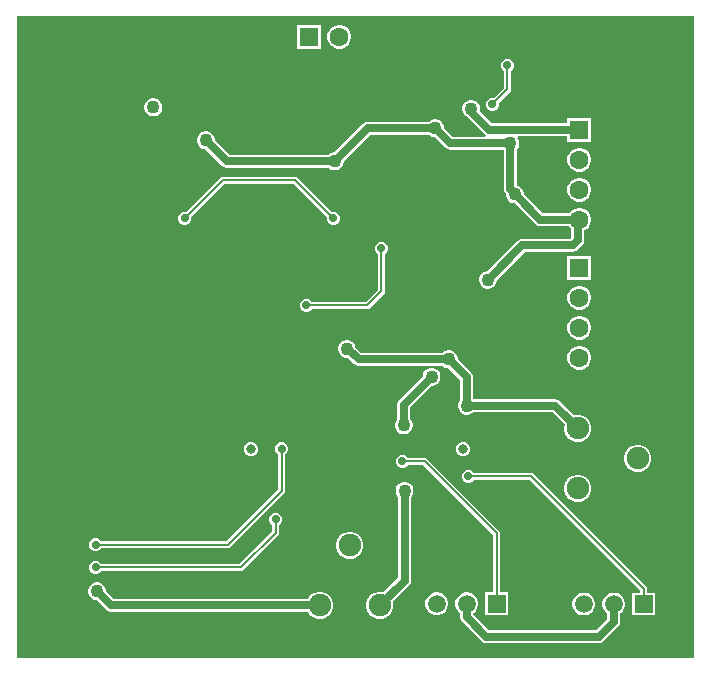
<source format=gbl>
G04*
G04 #@! TF.GenerationSoftware,Altium Limited,Altium Designer,21.3.2 (30)*
G04*
G04 Layer_Physical_Order=2*
G04 Layer_Color=16711680*
%FSTAX24Y24*%
%MOIN*%
G70*
G04*
G04 #@! TF.SameCoordinates,7CAEB1DE-A824-4D29-B8D0-2D7E757E666D*
G04*
G04*
G04 #@! TF.FilePolarity,Positive*
G04*
G01*
G75*
%ADD14C,0.0079*%
%ADD52C,0.0276*%
%ADD57C,0.0750*%
%ADD58C,0.0598*%
%ADD59R,0.0598X0.0598*%
%ADD60C,0.0315*%
%ADD61R,0.0630X0.0630*%
%ADD62C,0.0630*%
%ADD63R,0.0630X0.0630*%
%ADD64C,0.0433*%
%ADD65C,0.0276*%
G36*
X022704Y00013D02*
X00013D01*
Y021523D01*
X022704D01*
Y00013D01*
D02*
G37*
%LPC*%
G36*
X010926Y021228D02*
X010822D01*
X010722Y021202D01*
X010632Y02115D01*
X010559Y021076D01*
X010507Y020987D01*
X01048Y020886D01*
Y020783D01*
X010507Y020683D01*
X010559Y020593D01*
X010632Y02052D01*
X010722Y020468D01*
X010822Y020441D01*
X010926D01*
X011026Y020468D01*
X011116Y02052D01*
X011189Y020593D01*
X011241Y020683D01*
X011268Y020783D01*
Y020886D01*
X011241Y020987D01*
X011189Y021076D01*
X011116Y02115D01*
X011026Y021202D01*
X010926Y021228D01*
D02*
G37*
G36*
X010268D02*
X00948D01*
Y020441D01*
X010268D01*
Y021228D01*
D02*
G37*
G36*
X016517Y020101D02*
X016431D01*
X016351Y020068D01*
X01629Y020007D01*
X016257Y019928D01*
Y019842D01*
X01629Y019762D01*
X016351Y019701D01*
X016354Y0197D01*
Y019135D01*
X016019Y0188D01*
X016017Y018801D01*
X015931D01*
X015851Y018768D01*
X01579Y018707D01*
X015757Y018628D01*
Y018542D01*
X01579Y018462D01*
X015851Y018401D01*
X015931Y018368D01*
X016017D01*
X016097Y018401D01*
X016158Y018462D01*
X016191Y018542D01*
Y018628D01*
X01619Y01863D01*
X016559Y018999D01*
X016559Y018999D01*
X016585Y019039D01*
X016594Y019085D01*
X016594Y019085D01*
Y0197D01*
X016597Y019701D01*
X016658Y019762D01*
X016691Y019842D01*
Y019928D01*
X016658Y020007D01*
X016597Y020068D01*
X016517Y020101D01*
D02*
G37*
G36*
X004713Y01878D02*
X004635D01*
X00456Y01876D01*
X004493Y018721D01*
X004438Y018666D01*
X004399Y018599D01*
X004379Y018524D01*
Y018446D01*
X004399Y018371D01*
X004438Y018303D01*
X004493Y018248D01*
X00456Y018209D01*
X004635Y018189D01*
X004713D01*
X004788Y018209D01*
X004855Y018248D01*
X00491Y018303D01*
X004949Y018371D01*
X004969Y018446D01*
Y018524D01*
X004949Y018599D01*
X00491Y018666D01*
X004855Y018721D01*
X004788Y01876D01*
X004713Y01878D01*
D02*
G37*
G36*
X015313Y01873D02*
X015235D01*
X01516Y01871D01*
X015093Y018671D01*
X015038Y018616D01*
X014999Y018549D01*
X014979Y018474D01*
Y018396D01*
X014999Y018321D01*
X015038Y018253D01*
X015093Y018198D01*
X015112Y018187D01*
X015118Y018179D01*
X015718Y017579D01*
X015752Y017555D01*
X015737Y017505D01*
X014665D01*
X014369Y017802D01*
Y017824D01*
X014349Y017899D01*
X01431Y017966D01*
X014255Y018021D01*
X014188Y01806D01*
X014113Y01808D01*
X014035D01*
X01396Y01806D01*
X013893Y018021D01*
X013877Y018005D01*
X011824D01*
X011739Y017989D01*
X011668Y017941D01*
X010707Y01698D01*
X010685D01*
X01061Y01696D01*
X010543Y016921D01*
X010527Y016905D01*
X007215D01*
X006719Y017402D01*
Y017424D01*
X006699Y017499D01*
X00666Y017566D01*
X006605Y017621D01*
X006538Y01766D01*
X006463Y01768D01*
X006385D01*
X00631Y01766D01*
X006243Y017621D01*
X006188Y017566D01*
X006149Y017499D01*
X006129Y017424D01*
Y017346D01*
X006149Y017271D01*
X006188Y017203D01*
X006243Y017148D01*
X00631Y017109D01*
X006385Y017089D01*
X006407D01*
X006968Y016529D01*
X007039Y016481D01*
X007124Y016464D01*
X010527D01*
X010543Y016448D01*
X01061Y016409D01*
X010685Y016389D01*
X010763D01*
X010838Y016409D01*
X010905Y016448D01*
X01096Y016503D01*
X010999Y016571D01*
X011019Y016646D01*
Y016668D01*
X011915Y017564D01*
X013877D01*
X013893Y017548D01*
X01396Y017509D01*
X014035Y017489D01*
X014057D01*
X014418Y017129D01*
X014489Y017081D01*
X014574Y017064D01*
X016353D01*
Y015777D01*
X01637Y015693D01*
X016418Y015621D01*
X016429Y01561D01*
Y015546D01*
X016449Y015471D01*
X016488Y015403D01*
X016543Y015348D01*
X01661Y015309D01*
X016685Y015289D01*
X016707D01*
X017418Y014579D01*
X017489Y014531D01*
X017574Y014514D01*
X018547D01*
X018559Y014493D01*
X018603Y014449D01*
Y014138D01*
X018571Y014105D01*
X016974D01*
X016889Y014089D01*
X016818Y014041D01*
X015807Y01303D01*
X015785D01*
X01571Y01301D01*
X015643Y012971D01*
X015588Y012916D01*
X015549Y012849D01*
X015529Y012774D01*
Y012696D01*
X015549Y012621D01*
X015588Y012553D01*
X015643Y012498D01*
X01571Y012459D01*
X015785Y012439D01*
X015863D01*
X015938Y012459D01*
X016005Y012498D01*
X01606Y012553D01*
X016099Y012621D01*
X016119Y012696D01*
Y012718D01*
X017065Y013664D01*
X018663D01*
X018747Y013681D01*
X018819Y013729D01*
X01898Y01389D01*
X019028Y013962D01*
X019045Y014046D01*
Y014379D01*
X019116Y01442D01*
X019189Y014493D01*
X019241Y014583D01*
X019268Y014683D01*
Y014786D01*
X019241Y014887D01*
X019189Y014976D01*
X019116Y01505D01*
X019026Y015102D01*
X018926Y015128D01*
X018822D01*
X018722Y015102D01*
X018632Y01505D01*
X018559Y014976D01*
X018547Y014955D01*
X017665D01*
X017019Y015602D01*
Y015624D01*
X016999Y015699D01*
X01696Y015766D01*
X016905Y015821D01*
X016838Y01586D01*
X016795Y015871D01*
Y017088D01*
X01681Y017103D01*
X016849Y017171D01*
X016869Y017246D01*
Y017324D01*
X016849Y017399D01*
X016811Y017464D01*
X016818Y01749D01*
X016828Y017514D01*
X01848D01*
Y017341D01*
X019268D01*
Y018128D01*
X01848D01*
Y017955D01*
X015965D01*
X01556Y018361D01*
X015569Y018396D01*
Y018474D01*
X015549Y018549D01*
X01551Y018616D01*
X015455Y018671D01*
X015388Y01871D01*
X015313Y01873D01*
D02*
G37*
G36*
X018926Y017128D02*
X018822D01*
X018722Y017102D01*
X018632Y01705D01*
X018559Y016976D01*
X018507Y016887D01*
X01848Y016786D01*
Y016683D01*
X018507Y016583D01*
X018559Y016493D01*
X018632Y01642D01*
X018722Y016368D01*
X018822Y016341D01*
X018926D01*
X019026Y016368D01*
X019116Y01642D01*
X019189Y016493D01*
X019241Y016583D01*
X019268Y016683D01*
Y016786D01*
X019241Y016887D01*
X019189Y016976D01*
X019116Y01705D01*
X019026Y017102D01*
X018926Y017128D01*
D02*
G37*
G36*
Y016128D02*
X018822D01*
X018722Y016102D01*
X018632Y01605D01*
X018559Y015976D01*
X018507Y015887D01*
X01848Y015786D01*
Y015683D01*
X018507Y015583D01*
X018559Y015493D01*
X018632Y01542D01*
X018722Y015368D01*
X018822Y015341D01*
X018926D01*
X019026Y015368D01*
X019116Y01542D01*
X019189Y015493D01*
X019241Y015583D01*
X019268Y015683D01*
Y015786D01*
X019241Y015887D01*
X019189Y015976D01*
X019116Y01605D01*
X019026Y016102D01*
X018926Y016128D01*
D02*
G37*
G36*
X009409Y01617D02*
X009409Y01617D01*
X006989D01*
X006943Y016161D01*
X006904Y016135D01*
X006904Y016135D01*
X005769Y015D01*
X005767Y015001D01*
X005681D01*
X005601Y014968D01*
X00554Y014907D01*
X005507Y014828D01*
Y014742D01*
X00554Y014662D01*
X005601Y014601D01*
X005681Y014568D01*
X005767D01*
X005847Y014601D01*
X005908Y014662D01*
X005941Y014742D01*
Y014828D01*
X00594Y01483D01*
X007039Y01593D01*
X009359D01*
X010458Y01483D01*
X010457Y014828D01*
Y014742D01*
X01049Y014662D01*
X010551Y014601D01*
X010631Y014568D01*
X010717D01*
X010797Y014601D01*
X010858Y014662D01*
X010891Y014742D01*
Y014828D01*
X010858Y014907D01*
X010797Y014968D01*
X010717Y015001D01*
X010631D01*
X010629Y015D01*
X009494Y016135D01*
X009455Y016161D01*
X009409Y01617D01*
D02*
G37*
G36*
X019268Y013528D02*
X01848D01*
Y012741D01*
X019268D01*
Y013528D01*
D02*
G37*
G36*
X012317Y014001D02*
X012231D01*
X012151Y013968D01*
X01209Y013907D01*
X012057Y013828D01*
Y013742D01*
X01209Y013662D01*
X012151Y013601D01*
X012154Y0136D01*
Y0124D01*
X011753Y011999D01*
X009958D01*
X009958Y012001D01*
X009897Y012062D01*
X009817Y012095D01*
X009731D01*
X009651Y012062D01*
X00959Y012001D01*
X009557Y011922D01*
Y011836D01*
X00959Y011756D01*
X009651Y011695D01*
X009731Y011662D01*
X009817D01*
X009897Y011695D01*
X009958Y011756D01*
X009958Y011758D01*
X011803D01*
X011803Y011758D01*
X011849Y011767D01*
X011888Y011794D01*
X012359Y012265D01*
X012359Y012265D01*
X012385Y012304D01*
X012394Y01235D01*
X012394Y01235D01*
Y0136D01*
X012397Y013601D01*
X012458Y013662D01*
X012491Y013742D01*
Y013828D01*
X012458Y013907D01*
X012397Y013968D01*
X012317Y014001D01*
D02*
G37*
G36*
X018926Y012528D02*
X018822D01*
X018722Y012502D01*
X018632Y01245D01*
X018559Y012376D01*
X018507Y012287D01*
X01848Y012186D01*
Y012083D01*
X018507Y011983D01*
X018559Y011893D01*
X018632Y01182D01*
X018722Y011768D01*
X018822Y011741D01*
X018926D01*
X019026Y011768D01*
X019116Y01182D01*
X019189Y011893D01*
X019241Y011983D01*
X019268Y012083D01*
Y012186D01*
X019241Y012287D01*
X019189Y012376D01*
X019116Y01245D01*
X019026Y012502D01*
X018926Y012528D01*
D02*
G37*
G36*
Y011528D02*
X018822D01*
X018722Y011502D01*
X018632Y01145D01*
X018559Y011376D01*
X018507Y011287D01*
X01848Y011186D01*
Y011083D01*
X018507Y010983D01*
X018559Y010893D01*
X018632Y01082D01*
X018722Y010768D01*
X018822Y010741D01*
X018926D01*
X019026Y010768D01*
X019116Y01082D01*
X019189Y010893D01*
X019241Y010983D01*
X019268Y011083D01*
Y011186D01*
X019241Y011287D01*
X019189Y011376D01*
X019116Y01145D01*
X019026Y011502D01*
X018926Y011528D01*
D02*
G37*
G36*
Y010528D02*
X018822D01*
X018722Y010502D01*
X018632Y01045D01*
X018559Y010376D01*
X018507Y010287D01*
X01848Y010186D01*
Y010083D01*
X018507Y009983D01*
X018559Y009893D01*
X018632Y00982D01*
X018722Y009768D01*
X018822Y009741D01*
X018926D01*
X019026Y009768D01*
X019116Y00982D01*
X019189Y009893D01*
X019241Y009983D01*
X019268Y010083D01*
Y010186D01*
X019241Y010287D01*
X019189Y010376D01*
X019116Y01045D01*
X019026Y010502D01*
X018926Y010528D01*
D02*
G37*
G36*
X013989Y009795D02*
X013911D01*
X013836Y009775D01*
X013769Y009736D01*
X013714Y009681D01*
X013675Y009614D01*
X013655Y009539D01*
Y009517D01*
X012868Y00873D01*
X01282Y008658D01*
X012803Y008574D01*
Y008081D01*
X012788Y008066D01*
X012749Y007999D01*
X012729Y007924D01*
Y007846D01*
X012749Y007771D01*
X012788Y007703D01*
X012843Y007648D01*
X01291Y007609D01*
X012985Y007589D01*
X013063D01*
X013138Y007609D01*
X013205Y007648D01*
X01326Y007703D01*
X013299Y007771D01*
X013319Y007846D01*
Y007924D01*
X013299Y007999D01*
X01326Y008066D01*
X013245Y008081D01*
Y008483D01*
X013967Y009205D01*
X013989D01*
X014064Y009225D01*
X014131Y009264D01*
X014186Y009319D01*
X014225Y009386D01*
X014245Y009461D01*
Y009539D01*
X014225Y009614D01*
X014186Y009681D01*
X014131Y009736D01*
X014064Y009775D01*
X013989Y009795D01*
D02*
G37*
G36*
X011163Y01073D02*
X011085D01*
X01101Y01071D01*
X010943Y010671D01*
X010888Y010616D01*
X010849Y010549D01*
X010829Y010474D01*
Y010396D01*
X010849Y010321D01*
X010888Y010253D01*
X010943Y010198D01*
X01101Y010159D01*
X011085Y010139D01*
X01115D01*
X01136Y009929D01*
X011432Y009881D01*
X011517Y009864D01*
X014327D01*
X014343Y009848D01*
X01441Y009809D01*
X014485Y009789D01*
X014507D01*
X014903Y009393D01*
Y008731D01*
X014888Y008716D01*
X014849Y008649D01*
X014829Y008574D01*
Y008496D01*
X014849Y008421D01*
X014888Y008353D01*
X014943Y008298D01*
X01501Y008259D01*
X015085Y008239D01*
X015163D01*
X015238Y008259D01*
X015305Y008298D01*
X015321Y008314D01*
X017983D01*
X018388Y007909D01*
X01837Y007844D01*
Y007725D01*
X018401Y00761D01*
X018461Y007506D01*
X018545Y007422D01*
X018649Y007362D01*
X018764Y007331D01*
X018884D01*
X018999Y007362D01*
X019103Y007422D01*
X019187Y007506D01*
X019247Y00761D01*
X019278Y007725D01*
Y007844D01*
X019247Y00796D01*
X019187Y008063D01*
X019103Y008148D01*
X018999Y008207D01*
X018884Y008238D01*
X018764D01*
X0187Y008221D01*
X01823Y008691D01*
X018158Y008739D01*
X018074Y008755D01*
X015345D01*
Y009485D01*
X015328Y009569D01*
X01528Y009641D01*
X014819Y010102D01*
Y010124D01*
X014799Y010199D01*
X01476Y010266D01*
X014705Y010321D01*
X014638Y01036D01*
X014563Y01038D01*
X014485D01*
X01441Y01036D01*
X014343Y010321D01*
X014327Y010305D01*
X011608D01*
X011412Y010502D01*
X011399Y010549D01*
X01136Y010616D01*
X011305Y010671D01*
X011238Y01071D01*
X011163Y01073D01*
D02*
G37*
G36*
X015058Y007323D02*
X014964D01*
X014877Y007287D01*
X01481Y00722D01*
X014774Y007134D01*
Y00704D01*
X01481Y006953D01*
X014877Y006886D01*
X014964Y00685D01*
X015058D01*
X015144Y006886D01*
X015211Y006953D01*
X015247Y00704D01*
Y007134D01*
X015211Y00722D01*
X015144Y007287D01*
X015058Y007323D01*
D02*
G37*
G36*
X007971D02*
X007877D01*
X00779Y007287D01*
X007724Y00722D01*
X007688Y007134D01*
Y00704D01*
X007724Y006953D01*
X00779Y006886D01*
X007877Y00685D01*
X007971D01*
X008058Y006886D01*
X008124Y006953D01*
X00816Y00704D01*
Y007134D01*
X008124Y00722D01*
X008058Y007287D01*
X007971Y007323D01*
D02*
G37*
G36*
X020884Y007238D02*
X020764D01*
X020649Y007207D01*
X020545Y007148D01*
X020461Y007063D01*
X020401Y00696D01*
X02037Y006844D01*
Y006725D01*
X020401Y00661D01*
X020461Y006506D01*
X020545Y006422D01*
X020649Y006362D01*
X020764Y006331D01*
X020884D01*
X020999Y006362D01*
X021103Y006422D01*
X021187Y006506D01*
X021247Y00661D01*
X021278Y006725D01*
Y006844D01*
X021247Y00696D01*
X021187Y007063D01*
X021103Y007148D01*
X020999Y007207D01*
X020884Y007238D01*
D02*
G37*
G36*
X018884Y006238D02*
X018764D01*
X018649Y006207D01*
X018545Y006148D01*
X018461Y006063D01*
X018401Y00596D01*
X01837Y005844D01*
Y005725D01*
X018401Y00561D01*
X018461Y005506D01*
X018545Y005422D01*
X018649Y005362D01*
X018764Y005331D01*
X018884D01*
X018999Y005362D01*
X019103Y005422D01*
X019187Y005506D01*
X019247Y00561D01*
X019278Y005725D01*
Y005844D01*
X019247Y00596D01*
X019187Y006063D01*
X019103Y006148D01*
X018999Y006207D01*
X018884Y006238D01*
D02*
G37*
G36*
X008993Y007317D02*
X008907D01*
X008827Y007284D01*
X008766Y007223D01*
X008733Y007143D01*
Y007057D01*
X008766Y006977D01*
X008827Y006916D01*
X00883Y006916D01*
Y00575D01*
X0071Y00402D01*
X002934D01*
X002934Y004023D01*
X002873Y004084D01*
X002793Y004117D01*
X002707D01*
X002627Y004084D01*
X002566Y004023D01*
X002533Y003943D01*
Y003857D01*
X002566Y003777D01*
X002627Y003716D01*
X002707Y003683D01*
X002793D01*
X002873Y003716D01*
X002934Y003777D01*
X002934Y00378D01*
X00715D01*
X00715Y00378D01*
X007196Y003789D01*
X007235Y003815D01*
X009035Y005615D01*
X009035Y005615D01*
X009061Y005654D01*
X00907Y0057D01*
Y006916D01*
X009073Y006916D01*
X009134Y006977D01*
X009167Y007057D01*
Y007143D01*
X009134Y007223D01*
X009073Y007284D01*
X008993Y007317D01*
D02*
G37*
G36*
X011284Y004338D02*
X011164D01*
X011049Y004307D01*
X010945Y004248D01*
X010861Y004163D01*
X010801Y00406D01*
X01077Y003944D01*
Y003825D01*
X010801Y00371D01*
X010861Y003606D01*
X010945Y003522D01*
X011049Y003462D01*
X011164Y003431D01*
X011284D01*
X011399Y003462D01*
X011503Y003522D01*
X011587Y003606D01*
X011647Y00371D01*
X011678Y003825D01*
Y003944D01*
X011647Y00406D01*
X011587Y004163D01*
X011503Y004248D01*
X011399Y004307D01*
X011284Y004338D01*
D02*
G37*
G36*
X008793Y004967D02*
X008707D01*
X008627Y004934D01*
X008566Y004873D01*
X008533Y004793D01*
Y004707D01*
X008566Y004627D01*
X008627Y004566D01*
X00863Y004566D01*
Y00435D01*
X00755Y00327D01*
X002934D01*
X002934Y003273D01*
X002873Y003334D01*
X002793Y003367D01*
X002707D01*
X002627Y003334D01*
X002566Y003273D01*
X002533Y003193D01*
Y003107D01*
X002566Y003027D01*
X002627Y002966D01*
X002707Y002933D01*
X002793D01*
X002873Y002966D01*
X002934Y003027D01*
X002934Y00303D01*
X0076D01*
X0076Y00303D01*
X007646Y003039D01*
X007685Y003065D01*
X008835Y004215D01*
X008835Y004215D01*
X008861Y004254D01*
X00887Y0043D01*
X00887Y0043D01*
Y004566D01*
X008873Y004566D01*
X008934Y004627D01*
X008967Y004707D01*
Y004793D01*
X008934Y004873D01*
X008873Y004934D01*
X008793Y004967D01*
D02*
G37*
G36*
X013089Y005995D02*
X013011D01*
X012936Y005975D01*
X012869Y005936D01*
X012814Y005881D01*
X012775Y005814D01*
X012755Y005739D01*
Y005661D01*
X012775Y005586D01*
X012814Y005519D01*
X012829Y005503D01*
Y002802D01*
X012348Y002321D01*
X012284Y002338D01*
X012164D01*
X012049Y002307D01*
X011945Y002248D01*
X011861Y002163D01*
X011801Y00206D01*
X01177Y001944D01*
Y001825D01*
X011801Y00171D01*
X011861Y001606D01*
X011945Y001522D01*
X012049Y001462D01*
X012164Y001431D01*
X012284D01*
X012399Y001462D01*
X012503Y001522D01*
X012587Y001606D01*
X012647Y00171D01*
X012678Y001825D01*
Y001944D01*
X01266Y002009D01*
X013206Y002555D01*
X013254Y002626D01*
X013271Y002711D01*
Y005503D01*
X013286Y005519D01*
X013325Y005586D01*
X013345Y005661D01*
Y005739D01*
X013325Y005814D01*
X013286Y005881D01*
X013231Y005936D01*
X013164Y005975D01*
X013089Y005995D01*
D02*
G37*
G36*
X013017Y006901D02*
X012931D01*
X012851Y006868D01*
X01279Y006807D01*
X012757Y006728D01*
Y006642D01*
X01279Y006562D01*
X012851Y006501D01*
X012931Y006468D01*
X013017D01*
X013097Y006501D01*
X013158Y006562D01*
X013158Y006564D01*
X013674D01*
X016004Y004235D01*
Y002313D01*
X015746D01*
Y001557D01*
X016502D01*
Y002313D01*
X016244D01*
Y004285D01*
X016244Y004285D01*
X016235Y004331D01*
X016209Y00437D01*
X016209Y00437D01*
X013809Y00677D01*
X01377Y006796D01*
X013724Y006805D01*
X013724Y006805D01*
X013158D01*
X013158Y006807D01*
X013097Y006868D01*
X013017Y006901D01*
D02*
G37*
G36*
X014174Y002313D02*
X014074D01*
X013978Y002287D01*
X013892Y002237D01*
X013822Y002167D01*
X013772Y002081D01*
X013746Y001984D01*
Y001885D01*
X013772Y001789D01*
X013822Y001703D01*
X013892Y001632D01*
X013978Y001582D01*
X014074Y001557D01*
X014174D01*
X01427Y001582D01*
X014356Y001632D01*
X014426Y001703D01*
X014476Y001789D01*
X014502Y001885D01*
Y001984D01*
X014476Y002081D01*
X014426Y002167D01*
X014356Y002237D01*
X01427Y002287D01*
X014174Y002313D01*
D02*
G37*
G36*
X015217Y006401D02*
X015131D01*
X015051Y006368D01*
X01499Y006307D01*
X014957Y006228D01*
Y006142D01*
X01499Y006062D01*
X015051Y006001D01*
X015131Y005968D01*
X015217D01*
X015297Y006001D01*
X015358Y006062D01*
X015358Y006064D01*
X017224D01*
X020904Y002385D01*
Y002305D01*
X020646D01*
Y001549D01*
X021402D01*
Y002305D01*
X021144D01*
Y002435D01*
X021144Y002435D01*
X021135Y002481D01*
X021109Y00252D01*
X017359Y00627D01*
X01732Y006296D01*
X017274Y006305D01*
X017274Y006305D01*
X015358D01*
X015358Y006307D01*
X015297Y006368D01*
X015217Y006401D01*
D02*
G37*
G36*
X019074Y002305D02*
X018974D01*
X018878Y002279D01*
X018792Y00223D01*
X018722Y002159D01*
X018672Y002073D01*
X018646Y001977D01*
Y001877D01*
X018672Y001781D01*
X018722Y001695D01*
X018792Y001625D01*
X018878Y001575D01*
X018974Y001549D01*
X019074D01*
X01917Y001575D01*
X019256Y001625D01*
X019326Y001695D01*
X019376Y001781D01*
X019402Y001877D01*
Y001977D01*
X019376Y002073D01*
X019326Y002159D01*
X019256Y00223D01*
X01917Y002279D01*
X019074Y002305D01*
D02*
G37*
G36*
X002839Y002645D02*
X002761D01*
X002686Y002625D01*
X002619Y002586D01*
X002564Y002531D01*
X002525Y002464D01*
X002505Y002389D01*
Y002311D01*
X002525Y002236D01*
X002564Y002169D01*
X002619Y002114D01*
X002686Y002075D01*
X002761Y002055D01*
X002783D01*
X003109Y001729D01*
X003181Y001681D01*
X003265Y001664D01*
X009828D01*
X009861Y001606D01*
X009945Y001522D01*
X010049Y001462D01*
X010164Y001431D01*
X010284D01*
X010399Y001462D01*
X010503Y001522D01*
X010587Y001606D01*
X010647Y00171D01*
X010678Y001825D01*
Y001944D01*
X010647Y00206D01*
X010587Y002163D01*
X010503Y002248D01*
X010399Y002307D01*
X010284Y002338D01*
X010164D01*
X010049Y002307D01*
X009945Y002248D01*
X009861Y002163D01*
X009828Y002105D01*
X003357D01*
X003095Y002367D01*
Y002389D01*
X003075Y002464D01*
X003036Y002531D01*
X002981Y002586D01*
X002914Y002625D01*
X002839Y002645D01*
D02*
G37*
G36*
X015174Y002313D02*
X015074D01*
X014978Y002287D01*
X014892Y002237D01*
X014822Y002167D01*
X014772Y002081D01*
X014746Y001984D01*
Y001885D01*
X014772Y001789D01*
X014822Y001703D01*
X014892Y001632D01*
X014906Y001624D01*
Y001481D01*
X014923Y001397D01*
X014971Y001325D01*
X015618Y000679D01*
X015689Y000631D01*
X015774Y000614D01*
X019524D01*
X019608Y000631D01*
X01968Y000679D01*
X02018Y001179D01*
X020228Y00125D01*
X020245Y001335D01*
Y001618D01*
X020256Y001625D01*
X020326Y001695D01*
X020376Y001781D01*
X020402Y001877D01*
Y001977D01*
X020376Y002073D01*
X020326Y002159D01*
X020256Y00223D01*
X02017Y002279D01*
X020074Y002305D01*
X019974D01*
X019878Y002279D01*
X019792Y00223D01*
X019722Y002159D01*
X019672Y002073D01*
X019646Y001977D01*
Y001877D01*
X019672Y001781D01*
X019722Y001695D01*
X019792Y001625D01*
X019803Y001618D01*
Y001426D01*
X019433Y001055D01*
X015865D01*
X015348Y001573D01*
Y001628D01*
X015356Y001632D01*
X015426Y001703D01*
X015476Y001789D01*
X015502Y001885D01*
Y001984D01*
X015476Y002081D01*
X015426Y002167D01*
X015356Y002237D01*
X01527Y002287D01*
X015174Y002313D01*
D02*
G37*
%LPD*%
D14*
X00275Y0039D02*
X00715D01*
X00275Y00315D02*
X0076D01*
X00715Y0039D02*
X00895Y0057D01*
X0076Y00315D02*
X00875Y0043D01*
Y00475D01*
X00895Y0057D02*
Y0071D01*
X012974Y006685D02*
X013724D01*
X016124Y004285D01*
X005724Y014785D02*
X006989Y01605D01*
X009409D01*
X010674Y014785D01*
X009774Y011879D02*
X011803D01*
X012274Y01235D01*
Y013785D01*
X016124Y001935D02*
Y004285D01*
X015174Y006185D02*
X017274D01*
X021024Y002435D01*
Y001927D02*
Y002435D01*
X015974Y018585D02*
X016474Y019085D01*
Y019885D01*
D52*
X0028Y00235D02*
X003265Y001885D01*
X010224D01*
X012224D02*
X01305Y002711D01*
X013024Y007885D02*
Y008574D01*
X01305Y002711D02*
Y0057D01*
X013024Y008574D02*
X01395Y0095D01*
X014524Y010085D02*
X015124Y009485D01*
X006424Y017385D02*
X007124Y016685D01*
X010724D01*
X011124Y010435D02*
X011167D01*
X010724Y016685D02*
X011824Y017785D01*
X011167Y010435D02*
X011517Y010085D01*
X011824Y017785D02*
X014074D01*
X011517Y010085D02*
X014524D01*
X014074Y017785D02*
X014574Y017285D01*
X015124Y008535D02*
Y009485D01*
Y001935D02*
X015127Y001931D01*
Y001481D02*
Y001931D01*
Y001481D02*
X015774Y000835D01*
X015824Y012735D02*
X016974Y013885D01*
X015124Y008535D02*
X018074D01*
X015774Y000835D02*
X019524D01*
X016974Y013885D02*
X018663D01*
X018074Y008535D02*
X018824Y007785D01*
X018663Y013885D02*
X018824Y014046D01*
Y014685D01*
X019524Y000835D02*
X020024Y001335D01*
Y001927D01*
X014574Y017285D02*
X016574D01*
X015274Y018335D02*
X015874Y017735D01*
X016574Y015777D02*
Y017285D01*
Y015777D02*
X016724Y015627D01*
Y015585D02*
Y015627D01*
Y015585D02*
X017574Y014735D01*
X015874Y017735D02*
X018874D01*
X017574Y014735D02*
X018874D01*
X018824Y014685D02*
X018874Y014735D01*
D57*
X012224Y001885D02*
D03*
X011224Y003885D02*
D03*
X010224Y001885D02*
D03*
X018824Y007785D02*
D03*
X020824Y006785D02*
D03*
X018824Y005785D02*
D03*
D58*
X014124Y001935D02*
D03*
X015124D02*
D03*
X019024Y001927D02*
D03*
X020024D02*
D03*
D59*
X016124Y001935D02*
D03*
X021024Y001927D02*
D03*
D60*
X007924Y007087D02*
D03*
X015011D02*
D03*
D61*
X009874Y020835D02*
D03*
D62*
X010874D02*
D03*
X018874Y012135D02*
D03*
Y011135D02*
D03*
Y010135D02*
D03*
Y016735D02*
D03*
Y015735D02*
D03*
Y014735D02*
D03*
D63*
Y013135D02*
D03*
Y017735D02*
D03*
D64*
X0028Y00235D02*
D03*
X01305Y0057D02*
D03*
X013024Y007885D02*
D03*
X01395Y0095D02*
D03*
X014524Y010085D02*
D03*
X011124Y010435D02*
D03*
X010724Y016685D02*
D03*
X006424Y017385D02*
D03*
X014074Y017785D02*
D03*
X004674Y018485D02*
D03*
X015124Y008535D02*
D03*
X015824Y012735D02*
D03*
X016724Y015585D02*
D03*
X016574Y017285D02*
D03*
X015274Y018435D02*
D03*
D65*
X00275Y00315D02*
D03*
Y0039D02*
D03*
X00875Y00475D02*
D03*
X012974Y006685D02*
D03*
X00895Y0071D02*
D03*
X009774Y011879D02*
D03*
X012274Y013785D02*
D03*
X010674Y014785D02*
D03*
X005724D02*
D03*
X015174Y006185D02*
D03*
X015974Y018585D02*
D03*
X016474Y019885D02*
D03*
M02*

</source>
